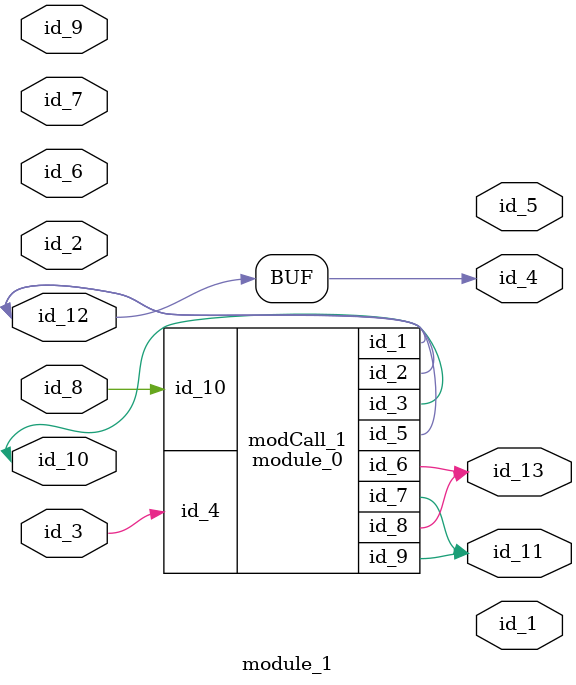
<source format=v>
module module_0 (
    id_1,
    id_2,
    id_3,
    id_4,
    id_5,
    id_6,
    id_7,
    id_8,
    id_9,
    id_10
);
  input wire id_10;
  output wire id_9;
  output wire id_8;
  output wire id_7;
  output wire id_6;
  output wire id_5;
  input wire id_4;
  inout wire id_3;
  inout wire id_2;
  inout wire id_1;
  wire id_11;
  wire id_12;
  assign id_5 = 1'b0;
  assign id_9 = id_12;
  assign id_1 = 0;
endmodule
module module_1 (
    id_1,
    id_2,
    id_3,
    id_4,
    id_5,
    id_6,
    id_7,
    id_8,
    id_9,
    id_10,
    id_11,
    id_12,
    id_13
);
  output wire id_13;
  inout wire id_12;
  output wire id_11;
  inout wire id_10;
  input wire id_9;
  input wire id_8;
  input wire id_7;
  inout wire id_6;
  output wire id_5;
  output wire id_4;
  inout wire id_3;
  inout wire id_2;
  output wire id_1;
  always @(id_8) begin : LABEL_0
    id_4 = id_12 == 1;
  end
  module_0 modCall_1 (
      id_12,
      id_12,
      id_10,
      id_3,
      id_12,
      id_13,
      id_11,
      id_13,
      id_11,
      id_8
  );
endmodule

</source>
